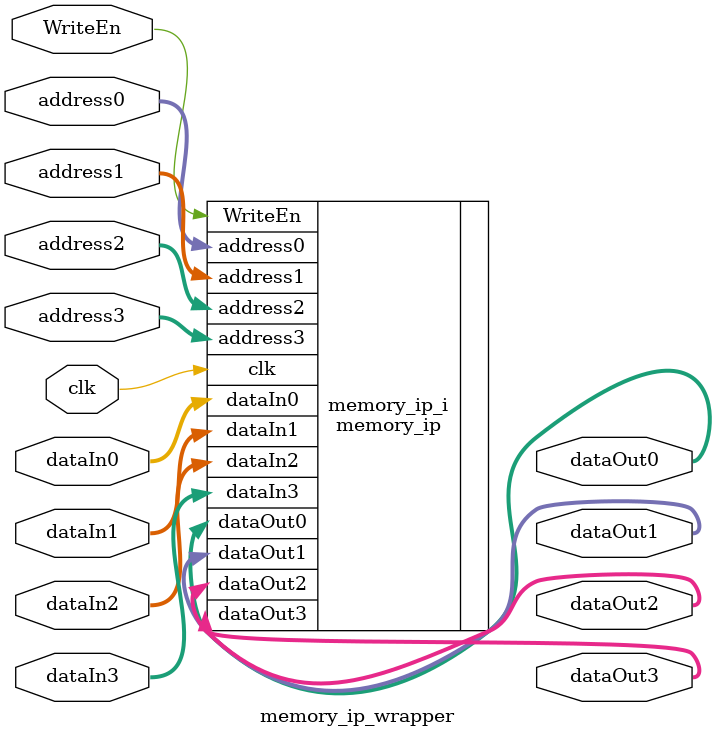
<source format=v>
`timescale 1 ps / 1 ps

module memory_ip_wrapper
   (WriteEn,
    address0,
    address1,
    address2,
    address3,
    clk,
    dataIn0,
    dataIn1,
    dataIn2,
    dataIn3,
    dataOut0,
    dataOut1,
    dataOut2,
    dataOut3);
  input WriteEn;
  input [12:0]address0;
  input [12:0]address1;
  input [12:0]address2;
  input [12:0]address3;
  input clk;
  input [7:0]dataIn0;
  input [7:0]dataIn1;
  input [7:0]dataIn2;
  input [7:0]dataIn3;
  output [7:0]dataOut0;
  output [7:0]dataOut1;
  output [7:0]dataOut2;
  output [7:0]dataOut3;

  wire WriteEn;
  wire [12:0]address0;
  wire [12:0]address1;
  wire [12:0]address2;
  wire [12:0]address3;
  wire clk;
  wire [7:0]dataIn0;
  wire [7:0]dataIn1;
  wire [7:0]dataIn2;
  wire [7:0]dataIn3;
  wire [7:0]dataOut0;
  wire [7:0]dataOut1;
  wire [7:0]dataOut2;
  wire [7:0]dataOut3;

  memory_ip memory_ip_i
       (.WriteEn(WriteEn),
        .address0(address0),
        .address1(address1),
        .address2(address2),
        .address3(address3),
        .clk(clk),
        .dataIn0(dataIn0),
        .dataIn1(dataIn1),
        .dataIn2(dataIn2),
        .dataIn3(dataIn3),
        .dataOut0(dataOut0),
        .dataOut1(dataOut1),
        .dataOut2(dataOut2),
        .dataOut3(dataOut3));
endmodule

</source>
